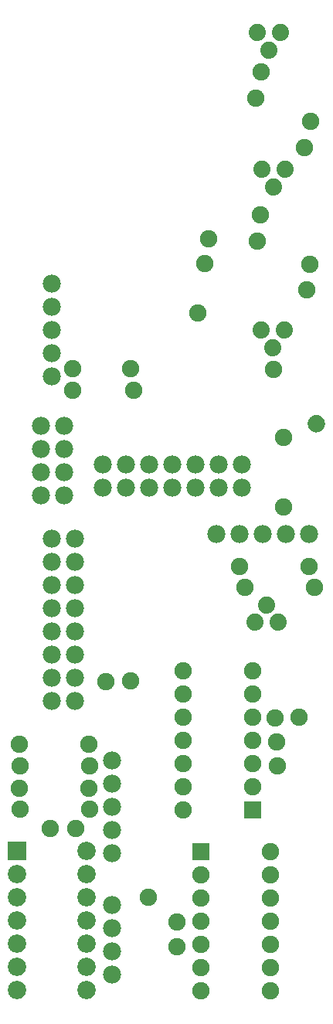
<source format=gtl>
G04 MADE WITH FRITZING*
G04 WWW.FRITZING.ORG*
G04 DOUBLE SIDED*
G04 HOLES PLATED*
G04 CONTOUR ON CENTER OF CONTOUR VECTOR*
%ASAXBY*%
%FSLAX23Y23*%
%MOIN*%
%OFA0B0*%
%SFA1.0B1.0*%
%ADD10C,0.078000*%
%ADD11C,0.075000*%
%ADD12C,0.079370*%
%ADD13C,0.074000*%
%ADD14C,0.045000*%
%ADD15R,0.079370X0.079370*%
%ADD16R,0.075000X0.075000*%
%ADD17R,0.001000X0.001000*%
%LNCOPPER1*%
G90*
G70*
G54D10*
X237Y3210D03*
X237Y3110D03*
X237Y3010D03*
X237Y2910D03*
X237Y2810D03*
X458Y2330D03*
X558Y2330D03*
X658Y2330D03*
X758Y2330D03*
X858Y2330D03*
X958Y2330D03*
X1058Y2330D03*
X458Y2330D03*
X558Y2330D03*
X658Y2330D03*
X758Y2330D03*
X858Y2330D03*
X958Y2330D03*
X1058Y2330D03*
X1058Y2430D03*
X958Y2430D03*
X858Y2430D03*
X758Y2430D03*
X658Y2430D03*
X558Y2430D03*
X458Y2430D03*
G54D11*
X330Y2841D03*
X580Y2841D03*
X328Y2748D03*
X593Y2748D03*
G54D10*
X237Y2109D03*
X237Y2009D03*
X237Y1909D03*
X237Y1809D03*
X237Y1709D03*
X237Y1609D03*
X237Y1509D03*
X237Y1409D03*
X237Y2109D03*
X237Y2009D03*
X237Y1909D03*
X237Y1809D03*
X237Y1709D03*
X237Y1609D03*
X237Y1509D03*
X237Y1409D03*
X337Y1409D03*
X337Y1509D03*
X337Y1609D03*
X337Y1709D03*
X337Y1809D03*
X337Y1909D03*
X337Y2009D03*
X337Y2109D03*
G54D12*
X89Y762D03*
X389Y762D03*
X89Y662D03*
X389Y662D03*
X89Y562D03*
X389Y562D03*
X89Y462D03*
X389Y462D03*
X89Y362D03*
X389Y362D03*
X89Y262D03*
X389Y262D03*
X89Y162D03*
X389Y162D03*
G54D10*
X292Y2295D03*
X292Y2395D03*
X292Y2495D03*
X292Y2595D03*
X292Y2295D03*
X292Y2395D03*
X292Y2495D03*
X292Y2595D03*
X192Y2595D03*
X192Y2495D03*
X192Y2395D03*
X192Y2295D03*
G54D11*
X577Y1494D03*
X341Y857D03*
G54D13*
X1226Y4291D03*
X1176Y4216D03*
X1126Y4291D03*
X1226Y4291D03*
X1176Y4216D03*
X1126Y4291D03*
G54D11*
X778Y348D03*
X1203Y1336D03*
G54D13*
X1244Y3701D03*
X1194Y3626D03*
X1144Y3701D03*
X1244Y3701D03*
X1194Y3626D03*
X1144Y3701D03*
G54D11*
X1208Y1232D03*
X777Y454D03*
G54D13*
X1116Y1747D03*
X1166Y1822D03*
X1216Y1747D03*
X1116Y1747D03*
X1166Y1822D03*
X1216Y1747D03*
G54D11*
X869Y3081D03*
X656Y561D03*
G54D13*
X1242Y3007D03*
X1192Y2932D03*
X1142Y3007D03*
X1242Y3007D03*
X1192Y2932D03*
X1142Y3007D03*
G54D11*
X897Y3295D03*
X1213Y1129D03*
X1329Y3796D03*
X1117Y4008D03*
X914Y3403D03*
X1306Y1339D03*
X1337Y3181D03*
X1124Y3393D03*
X232Y859D03*
X472Y1493D03*
X1350Y1989D03*
X1050Y1989D03*
X1237Y2246D03*
X1237Y2546D03*
X1143Y4121D03*
X1355Y3909D03*
X1140Y3504D03*
X1352Y3291D03*
X1071Y1900D03*
X1371Y1900D03*
X1196Y2840D03*
G54D14*
X1381Y2604D03*
G54D11*
X403Y943D03*
X103Y943D03*
X399Y1031D03*
X99Y1031D03*
X401Y1129D03*
X101Y1129D03*
X398Y1223D03*
X98Y1223D03*
X1106Y937D03*
X806Y937D03*
X1106Y1037D03*
X806Y1037D03*
X1106Y1137D03*
X806Y1137D03*
X1106Y1237D03*
X806Y1237D03*
X1106Y1337D03*
X806Y1337D03*
X1106Y1437D03*
X806Y1437D03*
X1106Y1537D03*
X806Y1537D03*
X882Y758D03*
X1182Y758D03*
X882Y658D03*
X1182Y658D03*
X882Y558D03*
X1182Y558D03*
X882Y458D03*
X1182Y458D03*
X882Y358D03*
X1182Y358D03*
X882Y258D03*
X1182Y258D03*
X882Y158D03*
X1182Y158D03*
G54D10*
X497Y228D03*
X497Y328D03*
X497Y428D03*
X497Y528D03*
X947Y2128D03*
X1047Y2128D03*
X1147Y2128D03*
X1247Y2128D03*
X1347Y2128D03*
X497Y753D03*
X497Y853D03*
X497Y953D03*
X497Y1053D03*
X497Y1153D03*
G54D15*
X89Y762D03*
G54D16*
X1106Y937D03*
X882Y758D03*
G54D17*
X1374Y2641D02*
X1386Y2641D01*
X1370Y2640D02*
X1390Y2640D01*
X1367Y2639D02*
X1393Y2639D01*
X1364Y2638D02*
X1395Y2638D01*
X1362Y2637D02*
X1397Y2637D01*
X1360Y2636D02*
X1399Y2636D01*
X1359Y2635D02*
X1400Y2635D01*
X1358Y2634D02*
X1402Y2634D01*
X1356Y2633D02*
X1403Y2633D01*
X1355Y2632D02*
X1404Y2632D01*
X1354Y2631D02*
X1405Y2631D01*
X1353Y2630D02*
X1406Y2630D01*
X1352Y2629D02*
X1407Y2629D01*
X1351Y2628D02*
X1408Y2628D01*
X1351Y2627D02*
X1409Y2627D01*
X1350Y2626D02*
X1410Y2626D01*
X1349Y2625D02*
X1410Y2625D01*
X1349Y2624D02*
X1411Y2624D01*
X1348Y2623D02*
X1412Y2623D01*
X1347Y2622D02*
X1412Y2622D01*
X1347Y2621D02*
X1374Y2621D01*
X1386Y2621D02*
X1413Y2621D01*
X1347Y2620D02*
X1372Y2620D01*
X1388Y2620D02*
X1413Y2620D01*
X1346Y2619D02*
X1370Y2619D01*
X1390Y2619D02*
X1414Y2619D01*
X1346Y2618D02*
X1369Y2618D01*
X1391Y2618D02*
X1414Y2618D01*
X1345Y2617D02*
X1367Y2617D01*
X1392Y2617D02*
X1414Y2617D01*
X1345Y2616D02*
X1366Y2616D01*
X1393Y2616D02*
X1415Y2616D01*
X1344Y2615D02*
X1365Y2615D01*
X1394Y2615D02*
X1415Y2615D01*
X1344Y2614D02*
X1365Y2614D01*
X1395Y2614D02*
X1415Y2614D01*
X1344Y2613D02*
X1364Y2613D01*
X1395Y2613D02*
X1416Y2613D01*
X1344Y2612D02*
X1363Y2612D01*
X1396Y2612D02*
X1416Y2612D01*
X1343Y2611D02*
X1363Y2611D01*
X1397Y2611D02*
X1416Y2611D01*
X1343Y2610D02*
X1363Y2610D01*
X1397Y2610D02*
X1416Y2610D01*
X1343Y2609D02*
X1362Y2609D01*
X1397Y2609D02*
X1416Y2609D01*
X1343Y2608D02*
X1362Y2608D01*
X1398Y2608D02*
X1416Y2608D01*
X1343Y2607D02*
X1362Y2607D01*
X1398Y2607D02*
X1417Y2607D01*
X1343Y2606D02*
X1362Y2606D01*
X1398Y2606D02*
X1417Y2606D01*
X1343Y2605D02*
X1362Y2605D01*
X1398Y2605D02*
X1417Y2605D01*
X1343Y2604D02*
X1362Y2604D01*
X1398Y2604D02*
X1417Y2604D01*
X1343Y2603D02*
X1362Y2603D01*
X1398Y2603D02*
X1417Y2603D01*
X1343Y2602D02*
X1362Y2602D01*
X1398Y2602D02*
X1417Y2602D01*
X1343Y2601D02*
X1362Y2601D01*
X1397Y2601D02*
X1417Y2601D01*
X1343Y2600D02*
X1362Y2600D01*
X1397Y2600D02*
X1417Y2600D01*
X1343Y2599D02*
X1362Y2599D01*
X1397Y2599D02*
X1416Y2599D01*
X1344Y2598D02*
X1363Y2598D01*
X1397Y2598D02*
X1416Y2598D01*
X1344Y2597D02*
X1363Y2597D01*
X1396Y2597D02*
X1416Y2597D01*
X1344Y2596D02*
X1364Y2596D01*
X1396Y2596D02*
X1416Y2596D01*
X1344Y2595D02*
X1364Y2595D01*
X1395Y2595D02*
X1416Y2595D01*
X1344Y2594D02*
X1365Y2594D01*
X1395Y2594D02*
X1415Y2594D01*
X1345Y2593D02*
X1366Y2593D01*
X1394Y2593D02*
X1415Y2593D01*
X1345Y2592D02*
X1367Y2592D01*
X1393Y2592D02*
X1415Y2592D01*
X1345Y2591D02*
X1368Y2591D01*
X1392Y2591D02*
X1414Y2591D01*
X1346Y2590D02*
X1369Y2590D01*
X1390Y2590D02*
X1414Y2590D01*
X1346Y2589D02*
X1370Y2589D01*
X1389Y2589D02*
X1413Y2589D01*
X1347Y2588D02*
X1373Y2588D01*
X1387Y2588D02*
X1413Y2588D01*
X1347Y2587D02*
X1377Y2587D01*
X1384Y2587D02*
X1412Y2587D01*
X1348Y2586D02*
X1412Y2586D01*
X1348Y2585D02*
X1411Y2585D01*
X1349Y2584D02*
X1411Y2584D01*
X1349Y2583D02*
X1410Y2583D01*
X1350Y2582D02*
X1409Y2582D01*
X1351Y2581D02*
X1409Y2581D01*
X1352Y2580D02*
X1408Y2580D01*
X1353Y2579D02*
X1407Y2579D01*
X1354Y2578D02*
X1406Y2578D01*
X1355Y2577D02*
X1405Y2577D01*
X1356Y2576D02*
X1404Y2576D01*
X1357Y2575D02*
X1403Y2575D01*
X1358Y2574D02*
X1401Y2574D01*
X1360Y2573D02*
X1400Y2573D01*
X1362Y2572D02*
X1398Y2572D01*
X1363Y2571D02*
X1396Y2571D01*
X1365Y2570D02*
X1394Y2570D01*
X1368Y2569D02*
X1391Y2569D01*
X1371Y2568D02*
X1388Y2568D01*
X1376Y2567D02*
X1382Y2567D01*
D02*
G04 End of Copper1*
M02*
</source>
